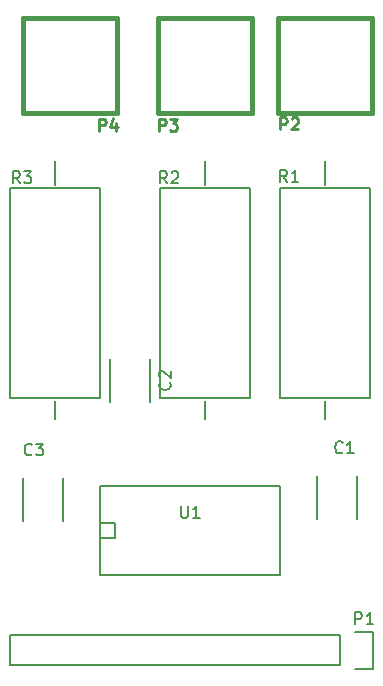
<source format=gbr>
G04 #@! TF.FileFunction,Legend,Top*
%FSLAX46Y46*%
G04 Gerber Fmt 4.6, Leading zero omitted, Abs format (unit mm)*
G04 Created by KiCad (PCBNEW 4.0.1-stable) date 2/4/2016 3:15:42 PM*
%MOMM*%
G01*
G04 APERTURE LIST*
%ADD10C,0.100000*%
%ADD11C,0.150000*%
%ADD12C,0.381000*%
%ADD13C,0.254000*%
G04 APERTURE END LIST*
D10*
D11*
X161290000Y-124460000D02*
X133350000Y-124460000D01*
X133350000Y-124460000D02*
X133350000Y-121920000D01*
X133350000Y-121920000D02*
X161290000Y-121920000D01*
X164110000Y-124740000D02*
X162560000Y-124740000D01*
X161290000Y-124460000D02*
X161290000Y-121920000D01*
X162560000Y-121640000D02*
X164110000Y-121640000D01*
X164110000Y-121640000D02*
X164110000Y-124740000D01*
X156210000Y-109280000D02*
X156210000Y-116780000D01*
X140970000Y-109280000D02*
X140970000Y-116780000D01*
X156210000Y-109280000D02*
X140970000Y-109280000D01*
X140970000Y-112395000D02*
X142240000Y-112395000D01*
X142240000Y-112395000D02*
X142240000Y-113665000D01*
X142240000Y-113665000D02*
X140970000Y-113665000D01*
X140970000Y-116780000D02*
X156210000Y-116780000D01*
D12*
X164020000Y-69660000D02*
X156020000Y-69660000D01*
X156020000Y-69660000D02*
X156020000Y-77660000D01*
X156020000Y-77660000D02*
X164020000Y-77660000D01*
X164020000Y-77660000D02*
X164020000Y-69660000D01*
X153860000Y-69660000D02*
X145860000Y-69660000D01*
X145860000Y-69660000D02*
X145860000Y-77660000D01*
X145860000Y-77660000D02*
X153860000Y-77660000D01*
X153860000Y-77660000D02*
X153860000Y-69660000D01*
X142430000Y-69660000D02*
X134430000Y-69660000D01*
X134430000Y-69660000D02*
X134430000Y-77660000D01*
X134430000Y-77660000D02*
X142430000Y-77660000D01*
X142430000Y-77660000D02*
X142430000Y-69660000D01*
D11*
X162761000Y-112036000D02*
X162761000Y-108436000D01*
X159311000Y-108436000D02*
X159311000Y-112036000D01*
X145235000Y-102130000D02*
X145235000Y-98530000D01*
X141785000Y-98530000D02*
X141785000Y-102130000D01*
X137869000Y-112216340D02*
X137869000Y-108616340D01*
X134419000Y-108616340D02*
X134419000Y-112216340D01*
X160020000Y-83766660D02*
X160020000Y-81734660D01*
X160020000Y-102054660D02*
X160020000Y-103578660D01*
X163830000Y-84020660D02*
X156210000Y-84020660D01*
X156210000Y-84020660D02*
X156210000Y-101800660D01*
X156210000Y-101800660D02*
X163830000Y-101800660D01*
X163830000Y-101800660D02*
X163830000Y-84020660D01*
X149860000Y-83766660D02*
X149860000Y-81734660D01*
X149860000Y-102054660D02*
X149860000Y-103578660D01*
X153670000Y-84020660D02*
X146050000Y-84020660D01*
X146050000Y-84020660D02*
X146050000Y-101800660D01*
X146050000Y-101800660D02*
X153670000Y-101800660D01*
X153670000Y-101800660D02*
X153670000Y-84020660D01*
X137160000Y-83766660D02*
X137160000Y-81734660D01*
X137160000Y-102054660D02*
X137160000Y-103578660D01*
X140970000Y-84020660D02*
X133350000Y-84020660D01*
X133350000Y-84020660D02*
X133350000Y-101800660D01*
X133350000Y-101800660D02*
X140970000Y-101800660D01*
X140970000Y-101800660D02*
X140970000Y-84020660D01*
X162583905Y-120975381D02*
X162583905Y-119975381D01*
X162964858Y-119975381D01*
X163060096Y-120023000D01*
X163107715Y-120070619D01*
X163155334Y-120165857D01*
X163155334Y-120308714D01*
X163107715Y-120403952D01*
X163060096Y-120451571D01*
X162964858Y-120499190D01*
X162583905Y-120499190D01*
X164107715Y-120975381D02*
X163536286Y-120975381D01*
X163822000Y-120975381D02*
X163822000Y-119975381D01*
X163726762Y-120118238D01*
X163631524Y-120213476D01*
X163536286Y-120261095D01*
X147828095Y-110958381D02*
X147828095Y-111767905D01*
X147875714Y-111863143D01*
X147923333Y-111910762D01*
X148018571Y-111958381D01*
X148209048Y-111958381D01*
X148304286Y-111910762D01*
X148351905Y-111863143D01*
X148399524Y-111767905D01*
X148399524Y-110958381D01*
X149399524Y-111958381D02*
X148828095Y-111958381D01*
X149113809Y-111958381D02*
X149113809Y-110958381D01*
X149018571Y-111101238D01*
X148923333Y-111196476D01*
X148828095Y-111244095D01*
D13*
X156222096Y-79072619D02*
X156222096Y-78056619D01*
X156609143Y-78056619D01*
X156705905Y-78105000D01*
X156754286Y-78153381D01*
X156802667Y-78250143D01*
X156802667Y-78395286D01*
X156754286Y-78492048D01*
X156705905Y-78540429D01*
X156609143Y-78588810D01*
X156222096Y-78588810D01*
X157189715Y-78153381D02*
X157238096Y-78105000D01*
X157334858Y-78056619D01*
X157576762Y-78056619D01*
X157673524Y-78105000D01*
X157721905Y-78153381D01*
X157770286Y-78250143D01*
X157770286Y-78346905D01*
X157721905Y-78492048D01*
X157141334Y-79072619D01*
X157770286Y-79072619D01*
X145935096Y-79199619D02*
X145935096Y-78183619D01*
X146322143Y-78183619D01*
X146418905Y-78232000D01*
X146467286Y-78280381D01*
X146515667Y-78377143D01*
X146515667Y-78522286D01*
X146467286Y-78619048D01*
X146418905Y-78667429D01*
X146322143Y-78715810D01*
X145935096Y-78715810D01*
X146854334Y-78183619D02*
X147483286Y-78183619D01*
X147144620Y-78570667D01*
X147289762Y-78570667D01*
X147386524Y-78619048D01*
X147434905Y-78667429D01*
X147483286Y-78764190D01*
X147483286Y-79006095D01*
X147434905Y-79102857D01*
X147386524Y-79151238D01*
X147289762Y-79199619D01*
X146999477Y-79199619D01*
X146902715Y-79151238D01*
X146854334Y-79102857D01*
X140855096Y-79199619D02*
X140855096Y-78183619D01*
X141242143Y-78183619D01*
X141338905Y-78232000D01*
X141387286Y-78280381D01*
X141435667Y-78377143D01*
X141435667Y-78522286D01*
X141387286Y-78619048D01*
X141338905Y-78667429D01*
X141242143Y-78715810D01*
X140855096Y-78715810D01*
X142306524Y-78522286D02*
X142306524Y-79199619D01*
X142064620Y-78135238D02*
X141822715Y-78860952D01*
X142451667Y-78860952D01*
D11*
X161504334Y-106402143D02*
X161456715Y-106449762D01*
X161313858Y-106497381D01*
X161218620Y-106497381D01*
X161075762Y-106449762D01*
X160980524Y-106354524D01*
X160932905Y-106259286D01*
X160885286Y-106068810D01*
X160885286Y-105925952D01*
X160932905Y-105735476D01*
X160980524Y-105640238D01*
X161075762Y-105545000D01*
X161218620Y-105497381D01*
X161313858Y-105497381D01*
X161456715Y-105545000D01*
X161504334Y-105592619D01*
X162456715Y-106497381D02*
X161885286Y-106497381D01*
X162171000Y-106497381D02*
X162171000Y-105497381D01*
X162075762Y-105640238D01*
X161980524Y-105735476D01*
X161885286Y-105783095D01*
X146867143Y-100496666D02*
X146914762Y-100544285D01*
X146962381Y-100687142D01*
X146962381Y-100782380D01*
X146914762Y-100925238D01*
X146819524Y-101020476D01*
X146724286Y-101068095D01*
X146533810Y-101115714D01*
X146390952Y-101115714D01*
X146200476Y-101068095D01*
X146105238Y-101020476D01*
X146010000Y-100925238D01*
X145962381Y-100782380D01*
X145962381Y-100687142D01*
X146010000Y-100544285D01*
X146057619Y-100496666D01*
X146057619Y-100115714D02*
X146010000Y-100068095D01*
X145962381Y-99972857D01*
X145962381Y-99734761D01*
X146010000Y-99639523D01*
X146057619Y-99591904D01*
X146152857Y-99544285D01*
X146248095Y-99544285D01*
X146390952Y-99591904D01*
X146962381Y-100163333D01*
X146962381Y-99544285D01*
X135215334Y-106582483D02*
X135167715Y-106630102D01*
X135024858Y-106677721D01*
X134929620Y-106677721D01*
X134786762Y-106630102D01*
X134691524Y-106534864D01*
X134643905Y-106439626D01*
X134596286Y-106249150D01*
X134596286Y-106106292D01*
X134643905Y-105915816D01*
X134691524Y-105820578D01*
X134786762Y-105725340D01*
X134929620Y-105677721D01*
X135024858Y-105677721D01*
X135167715Y-105725340D01*
X135215334Y-105772959D01*
X135548667Y-105677721D02*
X136167715Y-105677721D01*
X135834381Y-106058673D01*
X135977239Y-106058673D01*
X136072477Y-106106292D01*
X136120096Y-106153911D01*
X136167715Y-106249150D01*
X136167715Y-106487245D01*
X136120096Y-106582483D01*
X136072477Y-106630102D01*
X135977239Y-106677721D01*
X135691524Y-106677721D01*
X135596286Y-106630102D01*
X135548667Y-106582483D01*
X156805334Y-83510381D02*
X156472000Y-83034190D01*
X156233905Y-83510381D02*
X156233905Y-82510381D01*
X156614858Y-82510381D01*
X156710096Y-82558000D01*
X156757715Y-82605619D01*
X156805334Y-82700857D01*
X156805334Y-82843714D01*
X156757715Y-82938952D01*
X156710096Y-82986571D01*
X156614858Y-83034190D01*
X156233905Y-83034190D01*
X157757715Y-83510381D02*
X157186286Y-83510381D01*
X157472000Y-83510381D02*
X157472000Y-82510381D01*
X157376762Y-82653238D01*
X157281524Y-82748476D01*
X157186286Y-82796095D01*
X146645334Y-83637381D02*
X146312000Y-83161190D01*
X146073905Y-83637381D02*
X146073905Y-82637381D01*
X146454858Y-82637381D01*
X146550096Y-82685000D01*
X146597715Y-82732619D01*
X146645334Y-82827857D01*
X146645334Y-82970714D01*
X146597715Y-83065952D01*
X146550096Y-83113571D01*
X146454858Y-83161190D01*
X146073905Y-83161190D01*
X147026286Y-82732619D02*
X147073905Y-82685000D01*
X147169143Y-82637381D01*
X147407239Y-82637381D01*
X147502477Y-82685000D01*
X147550096Y-82732619D01*
X147597715Y-82827857D01*
X147597715Y-82923095D01*
X147550096Y-83065952D01*
X146978667Y-83637381D01*
X147597715Y-83637381D01*
X134199334Y-83637381D02*
X133866000Y-83161190D01*
X133627905Y-83637381D02*
X133627905Y-82637381D01*
X134008858Y-82637381D01*
X134104096Y-82685000D01*
X134151715Y-82732619D01*
X134199334Y-82827857D01*
X134199334Y-82970714D01*
X134151715Y-83065952D01*
X134104096Y-83113571D01*
X134008858Y-83161190D01*
X133627905Y-83161190D01*
X134532667Y-82637381D02*
X135151715Y-82637381D01*
X134818381Y-83018333D01*
X134961239Y-83018333D01*
X135056477Y-83065952D01*
X135104096Y-83113571D01*
X135151715Y-83208810D01*
X135151715Y-83446905D01*
X135104096Y-83542143D01*
X135056477Y-83589762D01*
X134961239Y-83637381D01*
X134675524Y-83637381D01*
X134580286Y-83589762D01*
X134532667Y-83542143D01*
M02*

</source>
